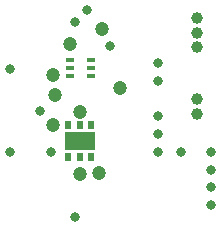
<source format=gbs>
G04*
G04 #@! TF.GenerationSoftware,Altium Limited,Altium Designer,23.8.1 (32)*
G04*
G04 Layer_Color=16711935*
%FSLAX44Y44*%
%MOMM*%
G71*
G04*
G04 #@! TF.SameCoordinates,643DEE84-9218-40C6-A46F-D78355EBE29C*
G04*
G04*
G04 #@! TF.FilePolarity,Negative*
G04*
G01*
G75*
%ADD18C,0.1000*%
%ADD19C,1.0000*%
%ADD20C,0.8000*%
%ADD21C,1.2000*%
%ADD28R,0.7500X0.4000*%
%ADD29R,0.5000X0.7000*%
%ADD30R,2.5000X1.6000*%
D18*
X30000Y30000D02*
D03*
Y170000D02*
D03*
D19*
X168000Y97500D02*
D03*
Y110000D02*
D03*
Y166000D02*
D03*
Y178500D02*
D03*
Y153500D02*
D03*
D20*
X35000Y100000D02*
D03*
X10000Y135000D02*
D03*
Y65000D02*
D03*
X155000D02*
D03*
X95000Y155000D02*
D03*
X65000Y175000D02*
D03*
X135000Y65000D02*
D03*
Y80000D02*
D03*
Y95000D02*
D03*
Y125000D02*
D03*
Y140000D02*
D03*
X75000Y185000D02*
D03*
X45000Y65000D02*
D03*
X65000Y10000D02*
D03*
X180000Y20000D02*
D03*
Y35000D02*
D03*
Y50000D02*
D03*
Y65000D02*
D03*
D21*
X85000Y47000D02*
D03*
X103000Y119000D02*
D03*
X69000Y99000D02*
D03*
X88000Y169000D02*
D03*
X61000Y156000D02*
D03*
X48000Y113000D02*
D03*
X46000Y130000D02*
D03*
Y88000D02*
D03*
X69000Y46000D02*
D03*
D28*
X61000Y142500D02*
D03*
Y136000D02*
D03*
Y129500D02*
D03*
X79000Y142500D02*
D03*
Y136000D02*
D03*
Y129500D02*
D03*
D29*
X79000Y60500D02*
D03*
X69000D02*
D03*
X59000D02*
D03*
X79000Y87500D02*
D03*
X69000D02*
D03*
X59000D02*
D03*
D30*
X69000Y74000D02*
D03*
M02*

</source>
